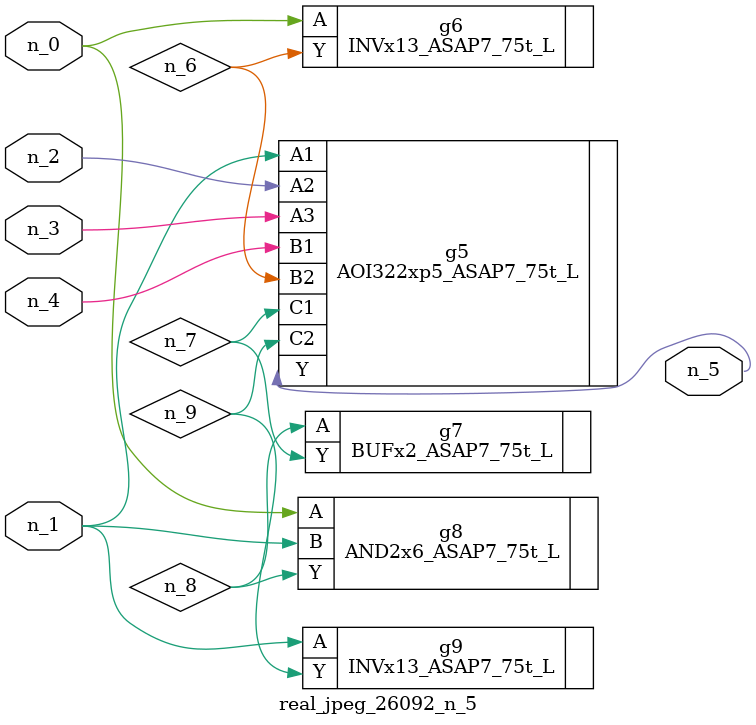
<source format=v>
module real_jpeg_26092_n_5 (n_4, n_0, n_1, n_2, n_3, n_5);

input n_4;
input n_0;
input n_1;
input n_2;
input n_3;

output n_5;

wire n_8;
wire n_6;
wire n_7;
wire n_9;

INVx13_ASAP7_75t_L g6 ( 
.A(n_0),
.Y(n_6)
);

AND2x6_ASAP7_75t_L g8 ( 
.A(n_0),
.B(n_1),
.Y(n_8)
);

AOI322xp5_ASAP7_75t_L g5 ( 
.A1(n_1),
.A2(n_2),
.A3(n_3),
.B1(n_4),
.B2(n_6),
.C1(n_7),
.C2(n_9),
.Y(n_5)
);

INVx13_ASAP7_75t_L g9 ( 
.A(n_1),
.Y(n_9)
);

BUFx2_ASAP7_75t_L g7 ( 
.A(n_8),
.Y(n_7)
);


endmodule
</source>
